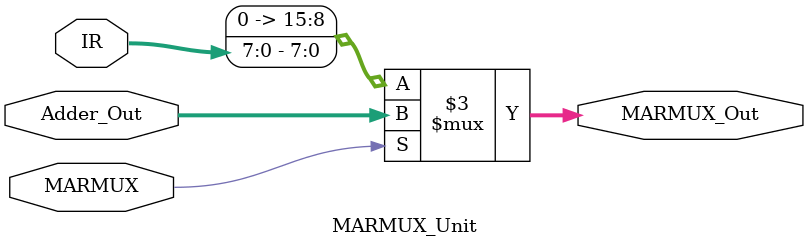
<source format=sv>
module MARMUX_Unit(input logic [15:0] IR, Adder_Out,
	input MARMUX,
	output logic[15:0] MARMUX_Out);
	
	always_comb
	begin
	if(MARMUX)
		MARMUX_Out = Adder_Out;
	else
		MARMUX_Out = {8'b0, IR[7:0]};
	end
endmodule

</source>
